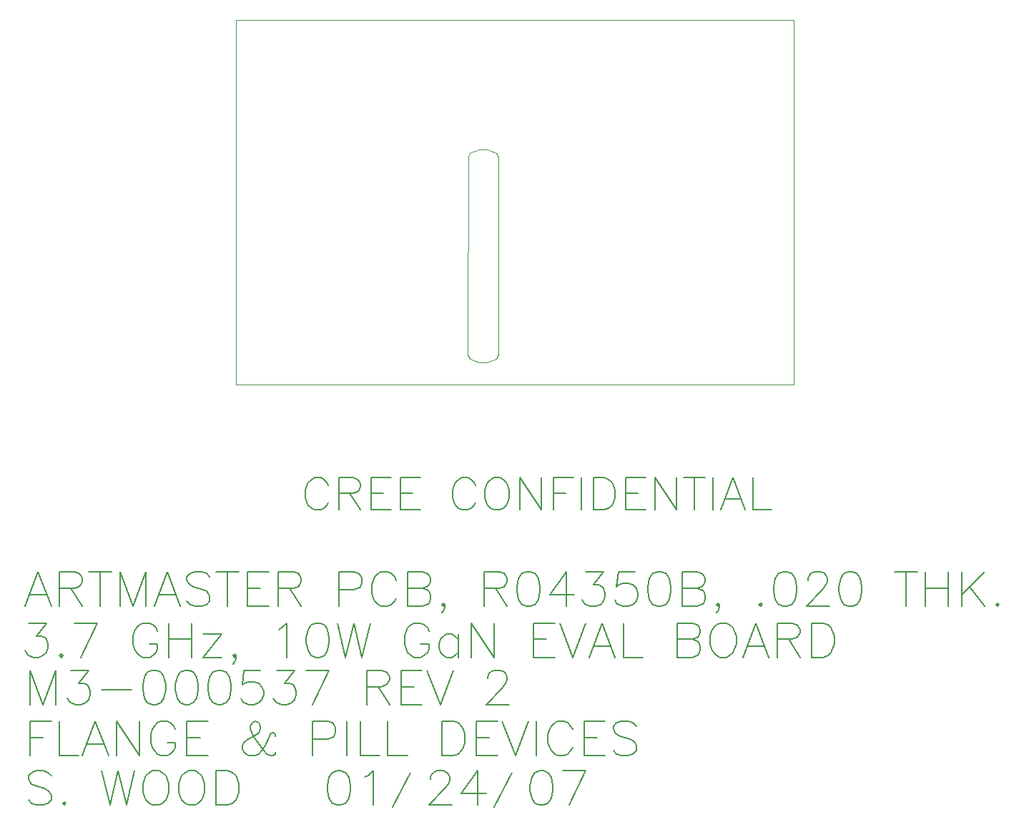
<source format=gbr>
*G04 Output by CAMMaster V9.6.1  PentaLogix LLC*
*G04 Thu Feb 01 18:10:08 2007*
*%FSLAX44Y44*%
%MOIN*%
%IPPOS*%
%ADD13C,0.002*%
%ADD14C,0.006*%

%LPD*%
D13*G1X12205Y1630D2*X12206Y1399D1*X12126Y1204*X11695Y1025*X11305*X10874Y1204*X10796Y1398*X10795Y1630*X10811Y10631*X10874Y10796*X11305Y10975*X11695*X12126Y10796*X12204Y10607*X12206Y1634*X0Y17000D2*X26000D1*Y0*X0*Y17000*X26000*Y0*X0*Y17000*D14*X12704Y-14928D2*X11638D1*X12400Y-14166*X12552Y-13938*X12628Y-13785*Y-13633*X12552Y-13480*X12476Y-13404*X12324Y-13328*X12019*X11866Y-13404*X11790Y-13480*X11714Y-13633*Y-13709*X10114Y-13328D2*X9504Y-14928D1*X8895Y-13328*X7676Y-14928D2*X8666D1*X7676Y-14090D2*X8285D1*X8666Y-13328D2*X7676D1*Y-14928*X6609Y-14090D2*X7142Y-14928D1*X6076Y-14090D2*X6762D1*X6990Y-14014*X7066Y-13938*X7142Y-13785*Y-13633*X7066Y-13480*X6990Y-13404*X6762Y-13328*X6076*Y-14928*X3257Y-13328D2*X4324D1*X3562Y-14928*X1733Y-14623D2*X1809Y-14776D1*X1885Y-14852*X2114Y-14928*X2342*X2571Y-14852*X2724Y-14699*X2800Y-14471*Y-14318*X2724Y-14090*X2647Y-14014*X2495Y-13938*X2266*X2724Y-13328*X1885*X209Y-14623D2*X285Y-14776D1*X362Y-14852*X590Y-14928*X819*X1047Y-14852*X1200Y-14699*X1276Y-14471*Y-14318*X1200Y-14090*X1047Y-13938*X819Y-13861*X590*X362Y-13938*X285Y-14014*X362Y-13328*X1124*X-858D2*X-705D1*X-476Y-13404*X-324Y-13633*X-248Y-14014*Y-14242*X-324Y-14623*X-476Y-14852*X-705Y-14928*X-858*X-1086Y-14852*X-1238Y-14623*X-1315Y-14242*Y-14014*X-1238Y-13633*X-1086Y-13404*X-858Y-13328*X-2381D2*X-2229D1*X-2000Y-13404*X-1848Y-13633*X-1772Y-14014*Y-14242*X-1848Y-14623*X-2000Y-14852*X-2229Y-14928*X-2381*X-2610Y-14852*X-2762Y-14623*X-2838Y-14242*Y-14014*X-2762Y-13633*X-2610Y-13404*X-2381Y-13328*X-3905D2*X-3753D1*X-3524Y-13404*X-3372Y-13633*X-3296Y-14014*Y-14242*X-3372Y-14623*X-3524Y-14852*X-3753Y-14928*X-3905*X-4134Y-14852*X-4286Y-14623*X-4362Y-14242*Y-14014*X-4286Y-13633*X-4134Y-13404*X-3905Y-13328*X-6267Y-14242D2*X-4896D1*X-7867Y-14623D2*X-7791Y-14776D1*X-7715Y-14852*X-7486Y-14928*X-7257*X-7029Y-14852*X-6876Y-14699*X-6800Y-14471*Y-14318*X-6876Y-14090*X-6953Y-14014*X-7105Y-13938*X-7334*X-6876Y-13328*X-7715*X-8400Y-14928D2*Y-13328D1*X-9010Y-14928*X-9619Y-13328*Y-14928*X17581Y-17077D2*X17733Y-17229D1*X17962Y-17305*X18266*X18495Y-17229*X18647Y-17077*Y-16848*X18571Y-16696*X18495Y-16620*X18342Y-16544*X17885Y-16391*X17733Y-16315*X17657Y-16239*X17581Y-16086*Y-15934*X17733Y-15782*X17962Y-15705*X18266*X18495Y-15782*X18647Y-15934*X16209Y-17305D2*X17200D1*X16209Y-16467D2*X16819D1*X17200Y-15705D2*X16209D1*Y-17305*X15676Y-16924D2*X15600Y-17077D1*X15447Y-17229*X15295Y-17305*X14990*X14838Y-17229*X14685Y-17077*X14609Y-16924*X14533Y-16696*Y-16315*X14609Y-16086*X14685Y-15934*X14838Y-15782*X14990Y-15705*X15295*X15447Y-15782*X15600Y-15934*X15676Y-16086*X14000Y-15705D2*Y-17305D1*X13619Y-15705D2*X13009Y-17305D1*X12400Y-15705*X11181Y-17305D2*X12171D1*X11181Y-16467D2*X11790D1*X12171Y-15705D2*X11181D1*Y-17305*X9581D2*X10114D1*X10342Y-17229*X10495Y-17077*X10571Y-16924*X10647Y-16696*Y-16315*X10571Y-16086*X10495Y-15934*X10342Y-15782*X10114Y-15705*X9581*Y-17305*X7981D2*X7066D1*Y-15705*X6685Y-17305D2*X5771D1*Y-15705*X5162D2*Y-17305D1*X3562Y-16544D2*X4247D1*X4476Y-16467*X4552Y-16391*X4628Y-16239*Y-16010*X4552Y-15858*X4476Y-15782*X4247Y-15705*X3562*Y-17305*X1809Y-17153D2*Y-17229D1*X1733Y-17305*X1581*X1428Y-17229*X1276Y-17077*X895Y-16544*X742Y-16315*X666Y-16086*Y-15934*X742Y-15782*X895Y-15705*X1047Y-15782*X1124Y-15934*Y-16086*X1047Y-16239*X971Y-16315*X438Y-16620*X362Y-16696*X285Y-16848*Y-17001*X362Y-17153*X438Y-17229*X590Y-17305*X895*X1047Y-17229*X1200Y-17077*X1352Y-16848*X1504Y-16467*X1581Y-16315*X1657Y-16239*X1733*X1809Y-16315*Y-16391*X-2305Y-17305D2*X-1315D1*X-2305Y-16467D2*X-1696D1*X-1315Y-15705D2*X-2305D1*Y-17305*X-3219Y-16696D2*X-2838D1*Y-16924*X-2915Y-17077*X-3067Y-17229*X-3219Y-17305*X-3524*X-3676Y-17229*X-3829Y-17077*X-3905Y-16924*X-3981Y-16696*Y-16315*X-3905Y-16086*X-3829Y-15934*X-3676Y-15782*X-3524Y-15705*X-3219*X-3067Y-15782*X-2915Y-15934*X-2838Y-16086*X-4515Y-15705D2*Y-17305D1*X-5581Y-15705*Y-17305*X-6953Y-16772D2*X-6191D1*X-5962Y-17305D2*X-6572Y-15705D1*X-7181Y-17305*X-7334D2*X-8248D1*Y-15705*X-9619Y-16467D2*X-9010D1*X-8629Y-15705D2*X-9619D1*Y-17305*X15219Y-18013D2*X16285D1*X15524Y-19613*X14152Y-18013D2*X14304D1*X14533Y-18089*X14685Y-18317*X14762Y-18698*Y-18927*X14685Y-19308*X14533Y-19536*X14304Y-19613*X14152*X13924Y-19536*X13771Y-19308*X13695Y-18927*Y-18698*X13771Y-18317*X13924Y-18089*X14152Y-18013*X12857Y-18089D2*X12019Y-19689D1*X11257Y-18013D2*Y-19613D1*X11638Y-19079D2*X10495D1*X11257Y-18013*X10038Y-19613D2*X8971D1*X9733Y-18851*X9885Y-18622*X9962Y-18470*Y-18317*X9885Y-18165*X9809Y-18089*X9657Y-18013*X9352*X9200Y-18089*X9124Y-18165*X9047Y-18317*Y-18394*X8133Y-18089D2*X7295Y-19689D1*X6381Y-19613D2*Y-18013D1*X6152Y-18241*X6000Y-18317*X4704Y-18013D2*X4857D1*X5085Y-18089*X5238Y-18317*X5314Y-18698*Y-18927*X5238Y-19308*X5085Y-19536*X4857Y-19613*X4704*X4476Y-19536*X4324Y-19308*X4247Y-18927*Y-18698*X4324Y-18317*X4476Y-18089*X4704Y-18013*X-934Y-19613D2*X-400D1*X-172Y-19536*X-19Y-19384*X57Y-19232*X133Y-19003*Y-18622*X57Y-18394*X-19Y-18241*X-172Y-18089*X-400Y-18013*X-934*Y-19613*X-2229Y-18013D2*X-1924D1*X-1772Y-18089*X-1619Y-18241*X-1543Y-18394*X-1467Y-18622*Y-19003*X-1543Y-19232*X-1619Y-19384*X-1772Y-19536*X-1924Y-19613*X-2229*X-2381Y-19536*X-2534Y-19384*X-2610Y-19232*X-2686Y-19003*Y-18622*X-2610Y-18394*X-2534Y-18241*X-2381Y-18089*X-2229Y-18013*X-3905D2*X-3600D1*X-3448Y-18089*X-3296Y-18241*X-3219Y-18394*X-3143Y-18622*Y-19003*X-3219Y-19232*X-3296Y-19384*X-3448Y-19536*X-3600Y-19613*X-3905*X-4058Y-19536*X-4210Y-19384*X-4286Y-19232*X-4362Y-19003*Y-18622*X-4286Y-18394*X-4210Y-18241*X-4058Y-18089*X-3905Y-18013*X-4743D2*X-5124Y-19613D1*X-5505Y-18013*X-5886Y-19613*X-6267Y-18013*X-8019Y-19460D2*X-7943Y-19536D1*X-8019Y-19613*X-8096Y-19536*X-8019Y-19460*X-9696Y-19384D2*X-9543Y-19536D1*X-9315Y-19613*X-9010*X-8781Y-19536*X-8629Y-19384*Y-19156*X-8705Y-19003*X-8781Y-18927*X-8934Y-18851*X-9391Y-18698*X-9543Y-18622*X-9619Y-18546*X-9696Y-18394*Y-18241*X-9543Y-18089*X-9315Y-18013*X-9010*X-8781Y-18089*X-8629Y-18241*X24935Y-5852D2*X24078D1*Y-4352*X22792Y-5352D2*X23506D1*X23720Y-5852D2*X23149Y-4352D1*X22578Y-5852*X22220Y-4352D2*Y-5852D1*X20863Y-4352D2*X21863D1*X21363D2*Y-5852D1*X20506Y-4352D2*Y-5852D1*X19506Y-4352*Y-5852*X18149D2*X19078D1*X18149Y-5066D2*X18720D1*X19078Y-4352D2*X18149D1*Y-5852*X16649D2*X17149D1*X17363Y-5780*X17506Y-5637*X17578Y-5495*X17649Y-5280*Y-4923*X17578Y-4709*X17506Y-4566*X17363Y-4423*X17149Y-4352*X16649*Y-5852*X16078Y-4352D2*Y-5852D1*X14792Y-5066D2*X15363D1*X15720Y-4352D2*X14792D1*Y-5852*X14220Y-4352D2*Y-5852D1*X13220Y-4352*Y-5852*X12006Y-4352D2*X12292D1*X12435Y-4423*X12578Y-4566*X12649Y-4709*X12720Y-4923*Y-5280*X12649Y-5495*X12578Y-5637*X12435Y-5780*X12292Y-5852*X12006*X11863Y-5780*X11720Y-5637*X11649Y-5495*X11578Y-5280*Y-4923*X11649Y-4709*X11720Y-4566*X11863Y-4423*X12006Y-4352*X11149Y-5495D2*X11078Y-5637D1*X10935Y-5780*X10792Y-5852*X10506*X10363Y-5780*X10220Y-5637*X10149Y-5495*X10078Y-5280*Y-4923*X10149Y-4709*X10220Y-4566*X10363Y-4423*X10506Y-4352*X10792*X10935Y-4423*X11078Y-4566*X11149Y-4709*X7649Y-5852D2*X8578D1*X7649Y-5066D2*X8220D1*X8578Y-4352D2*X7649D1*Y-5852*X6292D2*X7220D1*X6292Y-5066D2*X6863D1*X7220Y-4352D2*X6292D1*Y-5852*X5292Y-5066D2*X5792Y-5852D1*X4792Y-5066D2*X5435D1*X5649Y-4995*X5720Y-4923*X5792Y-4780*Y-4637*X5720Y-4495*X5649Y-4423*X5435Y-4352*X4792*Y-5852*X4292Y-5495D2*X4220Y-5637D1*X4078Y-5780*X3935Y-5852*X3649*X3506Y-5780*X3363Y-5637*X3292Y-5495*X3220Y-5280*Y-4923*X3292Y-4709*X3363Y-4566*X3506Y-4423*X3649Y-4352*X3935*X4078Y-4423*X4220Y-4566*X4292Y-4709*X35485Y-10188D2*X35562Y-10264D1*X35485Y-10340*X35409Y-10264*X35485Y-10188*X34190Y-9426D2*X34876Y-10340D1*Y-8740D2*X33809Y-9807D1*Y-8740D2*Y-10340D1*X32133Y-9502D2*X33200D1*Y-8740D2*Y-10340D1*X32133Y-8740D2*Y-10340D1*X30685Y-8740D2*X31752D1*X31219D2*Y-10340D1*X28552Y-8740D2*X28704D1*X28933Y-8816*X29085Y-9045*X29162Y-9426*Y-9654*X29085Y-10035*X28933Y-10264*X28704Y-10340*X28552*X28324Y-10264*X28171Y-10035*X28095Y-9654*Y-9426*X28171Y-9045*X28324Y-8816*X28552Y-8740*X27638Y-10340D2*X26571D1*X27333Y-9578*X27485Y-9349*X27562Y-9197*Y-9045*X27485Y-8892*X27409Y-8816*X27257Y-8740*X26952*X26800Y-8816*X26724Y-8892*X26647Y-9045*Y-9121*X25504Y-8740D2*X25657D1*X25885Y-8816*X26038Y-9045*X26114Y-9426*Y-9654*X26038Y-10035*X25885Y-10264*X25657Y-10340*X25504*X25276Y-10264*X25124Y-10035*X25047Y-9654*Y-9426*X25124Y-9045*X25276Y-8816*X25504Y-8740*X24438Y-10188D2*X24514Y-10264D1*X24438Y-10340*X24362Y-10264*X24438Y-10188*X22381Y-10645D2*X22457Y-10568D1*X22533Y-10416*Y-10264*X22457Y-10188*X22381Y-10264*X22457Y-10340*X22533Y-10264*X20781Y-10340D2*X21466D1*X21695Y-10264*X21771Y-10188*X21847Y-10035*Y-9807*X21771Y-9654*X21695Y-9578*X21466Y-9502*X20781*X21466D2*X21695Y-9426D1*X21771Y-9349*X21847Y-9197*Y-9045*X21771Y-8892*X21695Y-8816*X21466Y-8740*X20781*Y-10340*X19638Y-8740D2*X19790D1*X20019Y-8816*X20171Y-9045*X20247Y-9426*Y-9654*X20171Y-10035*X20019Y-10264*X19790Y-10340*X19638*X19409Y-10264*X19257Y-10035*X19181Y-9654*Y-9426*X19257Y-9045*X19409Y-8816*X19638Y-8740*X17657Y-10035D2*X17733Y-10188D1*X17809Y-10264*X18038Y-10340*X18266*X18495Y-10264*X18647Y-10111*X18724Y-9883*Y-9730*X18647Y-9502*X18495Y-9349*X18266Y-9273*X18038*X17809Y-9349*X17733Y-9426*X17809Y-8740*X18571*X16133Y-10035D2*X16209Y-10188D1*X16285Y-10264*X16514Y-10340*X16742*X16971Y-10264*X17124Y-10111*X17200Y-9883*Y-9730*X17124Y-9502*X17047Y-9426*X16895Y-9349*X16666*X17124Y-8740*X16285*X15371D2*Y-10340D1*X15752Y-9807D2*X14609D1*X15371Y-8740*X13542D2*X13695D1*X13924Y-8816*X14076Y-9045*X14152Y-9426*Y-9654*X14076Y-10035*X13924Y-10264*X13695Y-10340*X13542*X13314Y-10264*X13162Y-10035*X13085Y-9654*Y-9426*X13162Y-9045*X13314Y-8816*X13542Y-8740*X12095Y-9502D2*X12628Y-10340D1*X11562Y-9502D2*X12247D1*X12476Y-9426*X12552Y-9349*X12628Y-9197*Y-9045*X12552Y-8892*X12476Y-8816*X12247Y-8740*X11562*Y-10340*X9581Y-10645D2*X9657Y-10568D1*X9733Y-10416*Y-10264*X9657Y-10188*X9581Y-10264*X9657Y-10340*X9733Y-10264*X7981Y-10340D2*X8666D1*X8895Y-10264*X8971Y-10188*X9047Y-10035*Y-9807*X8971Y-9654*X8895Y-9578*X8666Y-9502*X7981*X8666D2*X8895Y-9426D1*X8971Y-9349*X9047Y-9197*Y-9045*X8971Y-8892*X8895Y-8816*X8666Y-8740*X7981*Y-10340*X7447Y-9959D2*X7371Y-10111D1*X7219Y-10264*X7066Y-10340*X6762*X6609Y-10264*X6457Y-10111*X6381Y-9959*X6304Y-9730*Y-9349*X6381Y-9121*X6457Y-8968*X6609Y-8816*X6762Y-8740*X7066*X7219Y-8816*X7371Y-8968*X7447Y-9121*X4781Y-9578D2*X5466D1*X5695Y-9502*X5771Y-9426*X5847Y-9273*Y-9045*X5771Y-8892*X5695Y-8816*X5466Y-8740*X4781*Y-10340*X2495Y-9502D2*X3028Y-10340D1*X1962Y-9502D2*X2647D1*X2876Y-9426*X2952Y-9349*X3028Y-9197*Y-9045*X2952Y-8892*X2876Y-8816*X2647Y-8740*X1962*Y-10340*X514D2*X1504D1*X514Y-9502D2*X1124D1*X1504Y-8740D2*X514D1*Y-10340*X-934Y-8740D2*X133D1*X-400D2*Y-10340D1*X-2305Y-10111D2*X-2153Y-10264D1*X-1924Y-10340*X-1619*X-1391Y-10264*X-1238Y-10111*Y-9883*X-1315Y-9730*X-1391Y-9654*X-1543Y-9578*X-2000Y-9426*X-2153Y-9349*X-2229Y-9273*X-2305Y-9121*Y-8968*X-2153Y-8816*X-1924Y-8740*X-1619*X-1391Y-8816*X-1238Y-8968*X-3600Y-9807D2*X-2838D1*X-2610Y-10340D2*X-3219Y-8740D1*X-3829Y-10340*X-4210D2*Y-8740D1*X-4819Y-10340*X-5429Y-8740*Y-10340*X-6876Y-8740D2*X-5810D1*X-6343D2*Y-10340D1*X-7715Y-9502D2*X-7181Y-10340D1*X-8248Y-9502D2*X-7562D1*X-7334Y-9426*X-7258Y-9349*X-7181Y-9197*Y-9045*X-7258Y-8892*X-7334Y-8816*X-7562Y-8740*X-8248*Y-10340*X-9619Y-9807D2*X-8857D1*X-8629Y-10340D2*X-9238Y-8740D1*X-9848Y-10340*X26808Y-12721D2*X27341D1*X27570Y-12645*X27722Y-12493*X27798Y-12340*X27874Y-12112*Y-11731*X27798Y-11502*X27722Y-11350*X27570Y-11197*X27341Y-11121*X26808*Y-12721*X25741Y-11883D2*X26274Y-12721D1*X25208Y-11883D2*X25893D1*X26122Y-11807*X26198Y-11731*X26274Y-11578*Y-11426*X26198Y-11274*X26122Y-11197*X25893Y-11121*X25208*Y-12721*X23836Y-12188D2*X24598D1*X24827Y-12721D2*X24217Y-11121D1*X23608Y-12721*X22541Y-11121D2*X22846D1*X22998Y-11197*X23150Y-11350*X23227Y-11502*X23303Y-11731*Y-12112*X23227Y-12340*X23150Y-12493*X22998Y-12645*X22846Y-12721*X22541*X22389Y-12645*X22236Y-12493*X22160Y-12340*X22084Y-12112*Y-11731*X22160Y-11502*X22236Y-11350*X22389Y-11197*X22541Y-11121*X20560Y-12721D2*X21246D1*X21474Y-12645*X21550Y-12569*X21627Y-12416*Y-12188*X21550Y-12036*X21474Y-11959*X21246Y-11883*X20560*X21246D2*X21474Y-11807D1*X21550Y-11731*X21627Y-11578*Y-11426*X21550Y-11274*X21474Y-11197*X21246Y-11121*X20560*Y-12721*X18960D2*X18046D1*Y-11121*X16674Y-12188D2*X17436D1*X17665Y-12721D2*X17055Y-11121D1*X16446Y-12721*X16293Y-11121D2*X15684Y-12721D1*X15074Y-11121*X13855Y-12721D2*X14846D1*X13855Y-11883D2*X14465D1*X14846Y-11121D2*X13855D1*Y-12721*X12027Y-11121D2*Y-12721D1*X10960Y-11121*Y-12721*X10350Y-12493D2*X10198Y-12645D1*X10046Y-12721*X9817*X9665Y-12645*X9512Y-12493*X9436Y-12264*Y-12112*X9512Y-11883*X9665Y-11731*X9817Y-11654*X10046*X10198Y-11731*X10350Y-11883*Y-11654D2*Y-12721D1*X8598Y-12112D2*X8979D1*Y-12340*X8903Y-12493*X8750Y-12645*X8598Y-12721*X8293*X8141Y-12645*X7989Y-12493*X7912Y-12340*X7836Y-12112*Y-11731*X7912Y-11502*X7989Y-11350*X8141Y-11197*X8293Y-11121*X8598*X8750Y-11197*X8903Y-11350*X8979Y-11502*X6236Y-11121D2*X5855Y-12721D1*X5474Y-11121*X5093Y-12721*X4712Y-11121*X3722D2*X3874D1*X4103Y-11197*X4255Y-11426*X4331Y-11807*Y-12036*X4255Y-12416*X4103Y-12645*X3874Y-12721*X3722*X3493Y-12645*X3341Y-12416*X3265Y-12036*Y-11807*X3341Y-11426*X3493Y-11197*X3722Y-11121*X2350Y-12721D2*Y-11121D1*X2122Y-11350*X1970Y-11426*X-164Y-13026D2*X-88Y-12950D1*X-11Y-12797*Y-12645*X-88Y-12569*X-164Y-12645*X-88Y-12721*X-11Y-12645*X-1535Y-12721D2*X-697D1*X-1535Y-11654D2*X-697D1*X-1535Y-12721*X-3135Y-11883D2*X-2069D1*Y-11121D2*Y-12721D1*X-3135Y-11121D2*Y-12721D1*X-4050Y-12112D2*X-3669D1*Y-12340*X-3745Y-12493*X-3897Y-12645*X-4050Y-12721*X-4354*X-4507Y-12645*X-4659Y-12493*X-4735Y-12340*X-4811Y-12112*Y-11731*X-4735Y-11502*X-4659Y-11350*X-4507Y-11197*X-4354Y-11121*X-4050*X-3897Y-11197*X-3745Y-11350*X-3669Y-11502*X-7554Y-11121D2*X-6488D1*X-7250Y-12721*X-8164Y-12569D2*X-8088Y-12645D1*X-8164Y-12721*X-8240Y-12645*X-8164Y-12569*X-9840Y-12416D2*X-9764Y-12569D1*X-9688Y-12645*X-9459Y-12721*X-9230*X-9002Y-12645*X-8850Y-12493*X-8773Y-12264*Y-12112*X-8850Y-11883*X-8926Y-11807*X-9078Y-11731*X-9307*X-8850Y-11121*X-9688*X0Y0D2*M02*
</source>
